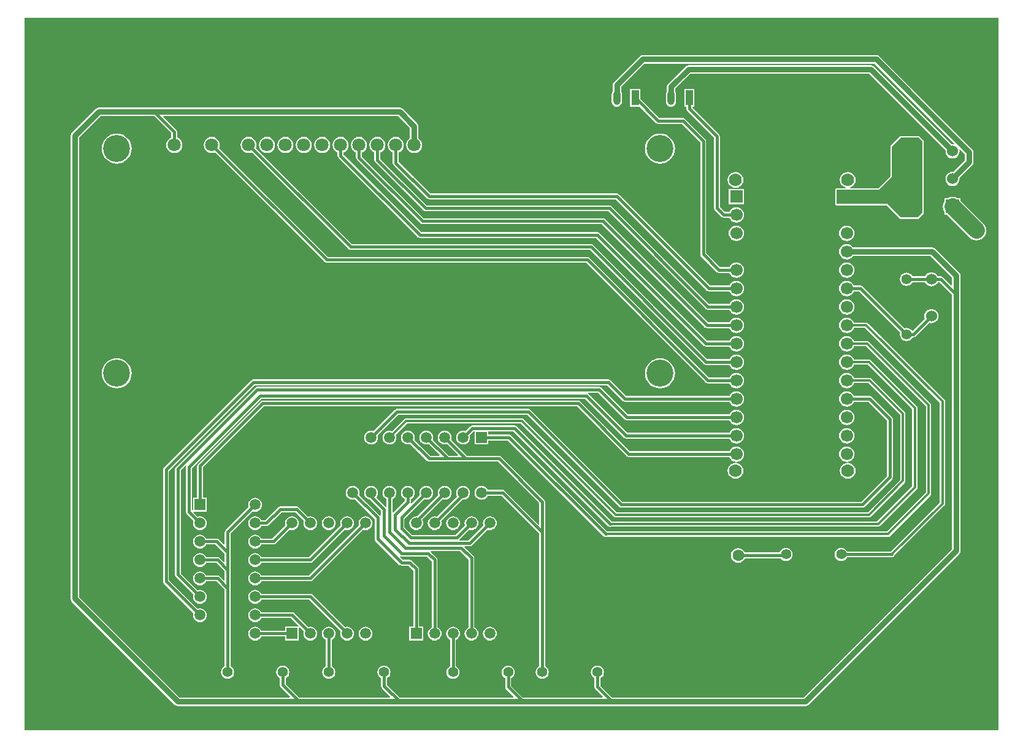
<source format=gbl>
%FSTAX23Y23*%
%MOIN*%
%SFA1B1*%

%IPPOS*%
%ADD14C,0.010000*%
%ADD15C,0.098425*%
%ADD33C,0.060000*%
%ADD34R,0.066929X0.066929*%
%ADD35C,0.066929*%
%ADD36C,0.070000*%
%ADD37R,0.070866X0.070866*%
%ADD38C,0.070866*%
%ADD39C,0.146299*%
%ADD40C,0.055118*%
%ADD41R,0.072835X0.072835*%
%ADD42C,0.072835*%
%ADD43C,0.062992*%
%ADD44R,0.072835X0.072835*%
%ADD45R,0.059055X0.059055*%
%ADD46C,0.059055*%
%ADD47O,0.039370X0.078740*%
%ADD48R,0.039370X0.078740*%
%ADD49R,0.059055X0.059055*%
%ADD50C,0.090000*%
%ADD51C,0.015000*%
%ADD52C,0.030000*%
%ADD53C,0.012008*%
%LNpcb_baja_teste-1*%
%LPD*%
G36*
X0691Y0108D02*
X01615D01*
Y0495*
X0691*
Y0108*
G37*
%LNpcb_baja_teste-2*%
%LPC*%
G36*
X06475Y04308D02*
D01*
X0638*
X06376Y04307*
X06374Y04305*
Y04305*
X06324Y04255*
X06322Y04253*
X06321Y0425*
Y04088*
X06256Y04023*
X06101*
X06101Y04028*
X06111Y04032*
X0612Y04039*
X06127Y04048*
X06131Y04058*
X06133Y0407*
X06131Y04081*
X06127Y04091*
X0612Y041*
X06111Y04107*
X06101Y04111*
X0609Y04113*
X06078Y04111*
X06068Y04107*
X06059Y041*
X06052Y04091*
X06048Y04081*
X06046Y0407*
X06048Y04058*
X06052Y04048*
X06059Y04039*
X06068Y04032*
X06078Y04028*
X06078Y04023*
X0603*
X06026Y04022*
X06024Y0402*
X06022Y04018*
X06021Y04015*
Y0394*
X06022Y03936*
X06024Y03934*
X06026Y03932*
X0603Y03931*
X06301*
X06374Y03859*
X06376Y03857*
X0638Y03856*
X0647*
X06473Y03857*
X06475Y03859*
Y03859*
X065Y03884*
X06502Y03886*
X06503Y0389*
Y03913*
X06503Y03913*
X06504Y03925*
X06503Y03936*
X06503Y03936*
Y0428*
X06502Y04283*
X065Y04285*
X065*
X0648Y04305*
X06478Y04307*
X06475Y04308*
G37*
G36*
X06245Y04748D02*
X04975D01*
X04966Y04746*
X04958Y04741*
X04818Y04601*
X04813Y04593*
X04811Y04585*
Y04549*
X0481Y04548*
X04808Y04541*
X04807Y04534*
Y04495*
X04808Y04488*
X0481Y04481*
X04815Y04475*
X04821Y04471*
X04827Y04468*
X04835Y04467*
X04842Y04468*
X04848Y04471*
X04854Y04475*
X04859Y04481*
X04861Y04488*
X04862Y04495*
Y04534*
X04861Y04541*
X04859Y04548*
X04858Y04549*
Y04575*
X04984Y04701*
X06235*
X06669Y04267*
X06667Y04262*
X0666Y04263*
X06655Y04262*
X06231Y04686*
X06223Y04691*
X06215Y04693*
X05225*
X05216Y04691*
X05208Y04686*
X05113Y04591*
X05108Y04583*
X05106Y04575*
Y04549*
X05105Y04548*
X05103Y04541*
X05102Y04534*
Y04495*
X05103Y04488*
X05105Y04481*
X0511Y04475*
X05116Y04471*
X05122Y04468*
X0513Y04467*
X05137Y04468*
X05143Y04471*
X05149Y04475*
X05154Y04481*
X05156Y04488*
X05157Y04495*
Y04534*
X05156Y04541*
X05154Y04548*
X05153Y04549*
Y04565*
X05234Y04646*
X06205*
X06622Y04229*
X06621Y04225*
X06622Y04215*
X06626Y04205*
X06632Y04197*
X0664Y04191*
X0665Y04187*
X0666Y04186*
X06669Y04187*
X06679Y04191*
X06687Y04197*
X06693Y04205*
X06697Y04215*
X06698Y04225*
X06697Y04232*
X06702Y04234*
X06726Y0421*
Y04174*
X06664Y04112*
X0666Y04113*
X0665Y04112*
X0664Y04108*
X06632Y04102*
X06626Y04094*
X06622Y04084*
X06621Y04075*
X06622Y04065*
X06626Y04055*
X06632Y04047*
X0664Y04041*
X0665Y04037*
X0666Y04036*
X06669Y04037*
X06679Y04041*
X06687Y04047*
X06693Y04055*
X06697Y04065*
X06698Y04075*
X06697Y04079*
X06766Y04148*
X06771Y04156*
X06773Y04165*
Y0422*
X06771Y04228*
X06766Y04236*
X06261Y04741*
X06253Y04746*
X06245Y04748*
G37*
G36*
X0202Y04463D02*
X02011Y04461D01*
X02003Y04456*
X01873Y04326*
X01868Y04318*
X01866Y0431*
Y01795*
X01868Y01786*
X01873Y01778*
X02433Y01218*
X02441Y01213*
X0245Y01211*
X0586*
X05868Y01213*
X05876Y01218*
X06696Y02038*
X06701Y02046*
X06703Y02055*
Y03445*
Y0355*
X06701Y03558*
X06696Y03566*
X06566Y03696*
X06558Y03701*
X0655Y03703*
X06119*
X06114Y03709*
X06105Y03716*
X06095Y0372*
X06085Y03721*
X06074Y0372*
X06064Y03716*
X06055Y03709*
X06048Y037*
X06044Y0369*
X06043Y0368*
X06044Y03669*
X06048Y03659*
X06055Y0365*
X06064Y03643*
X06074Y03639*
X06085Y03638*
X06095Y03639*
X06105Y03643*
X06114Y0365*
X06119Y03656*
X0654*
X06656Y0354*
Y03497*
X06651Y03495*
X06606Y03541*
X06601Y03544*
X06595Y03545*
X06579*
X06578Y03549*
X06572Y03557*
X06564Y03563*
X06554Y03567*
X06545Y03568*
X06535Y03567*
X06525Y03563*
X06517Y03557*
X06511Y03549*
X0651Y03545*
X06441*
X06441Y03547*
X06435Y03555*
X06427Y03561*
X06419Y03564*
X0641Y03565*
X064Y03564*
X06392Y03561*
X06384Y03555*
X06378Y03547*
X06375Y03539*
X06374Y0353*
X06375Y0352*
X06378Y03512*
X06384Y03504*
X06392Y03498*
X064Y03495*
X0641Y03494*
X06419Y03495*
X06427Y03498*
X06435Y03504*
X06441Y03512*
X06441Y03514*
X0651*
X06511Y0351*
X06517Y03502*
X06525Y03496*
X06535Y03492*
X06545Y03491*
X06554Y03492*
X06564Y03496*
X06572Y03502*
X06578Y0351*
X06579Y03514*
X06588*
X06656Y03446*
Y03445*
Y02064*
X0585Y01258*
X04808*
X04745Y01321*
Y01363*
X04747Y01363*
X04755Y01369*
X04761Y01377*
X04764Y01385*
X04765Y01395*
X04764Y01404*
X04761Y01412*
X04755Y0142*
X04747Y01426*
X04739Y01429*
X0473Y0143*
X0472Y01429*
X04712Y01426*
X04704Y0142*
X04698Y01412*
X04695Y01404*
X04694Y01395*
X04695Y01385*
X04698Y01377*
X04704Y01369*
X04712Y01363*
X04714Y01363*
Y01315*
X04715Y01308*
X04718Y01303*
X04759Y01263*
X04757Y01258*
X04323*
X0426Y01321*
Y01363*
X04262Y01363*
X0427Y01369*
X04276Y01377*
X04279Y01385*
X0428Y01395*
X04279Y01404*
X04276Y01412*
X0427Y0142*
X04262Y01426*
X04254Y01429*
X04245Y0143*
X04235Y01429*
X04227Y01426*
X04219Y0142*
X04213Y01412*
X0421Y01404*
X04209Y01395*
X0421Y01385*
X04213Y01377*
X04219Y01369*
X04227Y01363*
X04229Y01363*
Y01315*
X0423Y01308*
X04233Y01303*
X04274Y01263*
X04272Y01258*
X03653*
X03585Y01326*
Y01363*
X03587Y01363*
X03595Y01369*
X03601Y01377*
X03604Y01385*
X03605Y01395*
X03604Y01404*
X03601Y01412*
X03595Y0142*
X03587Y01426*
X03579Y01429*
X0357Y0143*
X0356Y01429*
X03552Y01426*
X03544Y0142*
X03538Y01412*
X03535Y01404*
X03534Y01395*
X03535Y01385*
X03538Y01377*
X03544Y01369*
X03552Y01363*
X03554Y01363*
Y0132*
X03555Y01313*
X03558Y01308*
X03604Y01263*
X03602Y01258*
X03108*
X03035Y01331*
Y01363*
X03037Y01363*
X03045Y01369*
X03051Y01377*
X03054Y01385*
X03055Y01395*
X03054Y01404*
X03051Y01412*
X03045Y0142*
X03037Y01426*
X03029Y01429*
X0302Y0143*
X0301Y01429*
X03002Y01426*
X02994Y0142*
X02988Y01412*
X02985Y01404*
X02984Y01395*
X02985Y01385*
X02988Y01377*
X02994Y01369*
X03002Y01363*
X03004Y01363*
Y01325*
X03005Y01318*
X03008Y01313*
X03059Y01263*
X03057Y01258*
X02459*
X01913Y01804*
Y043*
X02029Y04416*
X02321*
X02414Y04323*
Y043*
X02408Y04297*
X02399Y0429*
X02392Y04281*
X02387Y04271*
X02386Y04259*
X02387Y04248*
X02392Y04237*
X02399Y04228*
X02408Y04221*
X02418Y04217*
X0243Y04215*
X02441Y04217*
X02452Y04221*
X02461Y04228*
X02468Y04237*
X02472Y04248*
X02474Y04259*
X02472Y04271*
X02468Y04281*
X02461Y0429*
X02452Y04297*
X02446Y043*
Y04329*
X02444Y04335*
X02441Y0434*
X0237Y04411*
X02372Y04416*
X03645*
X0371Y04351*
Y04296*
X03702Y0429*
X03695Y04281*
X03691Y04271*
X03689Y04259*
X03691Y04248*
X03695Y04237*
X03702Y04228*
X03711Y04221*
X03722Y04217*
X03733Y04215*
X03745Y04217*
X03755Y04221*
X03764Y04228*
X03771Y04237*
X03776Y04248*
X03777Y04259*
X03776Y04271*
X03771Y04281*
X03764Y0429*
X03757Y04296*
Y04361*
X03755Y0437*
X0375Y04377*
X03671Y04456*
X03663Y04461*
X03655Y04463*
X0202*
G37*
G36*
X03233Y04303D02*
X03222Y04302D01*
X03211Y04297*
X03202Y0429*
X03195Y04281*
X03191Y04271*
X03189Y04259*
X03191Y04248*
X03195Y04237*
X03202Y04228*
X03211Y04221*
X03222Y04217*
X03233Y04215*
X03245Y04217*
X03255Y04221*
X03264Y04228*
X03271Y04237*
X03276Y04248*
X03277Y04259*
X03276Y04271*
X03271Y04281*
X03264Y0429*
X03255Y04297*
X03245Y04302*
X03233Y04303*
G37*
G36*
X03133D02*
X03122Y04302D01*
X03111Y04297*
X03102Y0429*
X03095Y04281*
X03091Y04271*
X03089Y04259*
X03091Y04248*
X03095Y04237*
X03102Y04228*
X03111Y04221*
X03122Y04217*
X03133Y04215*
X03145Y04217*
X03155Y04221*
X03164Y04228*
X03171Y04237*
X03176Y04248*
X03177Y04259*
X03176Y04271*
X03171Y04281*
X03164Y0429*
X03155Y04297*
X03145Y04302*
X03133Y04303*
G37*
G36*
X03033D02*
X03022Y04302D01*
X03011Y04297*
X03002Y0429*
X02995Y04281*
X02991Y04271*
X02989Y04259*
X02991Y04248*
X02995Y04237*
X03002Y04228*
X03011Y04221*
X03022Y04217*
X03033Y04215*
X03045Y04217*
X03055Y04221*
X03064Y04228*
X03071Y04237*
X03076Y04248*
X03077Y04259*
X03076Y04271*
X03071Y04281*
X03064Y0429*
X03055Y04297*
X03045Y04302*
X03033Y04303*
G37*
G36*
X02933D02*
X02922Y04302D01*
X02911Y04297*
X02902Y0429*
X02895Y04281*
X02891Y04271*
X02889Y04259*
X02891Y04248*
X02895Y04237*
X02902Y04228*
X02911Y04221*
X02922Y04217*
X02933Y04215*
X02945Y04217*
X02955Y04221*
X02964Y04228*
X02971Y04237*
X02976Y04248*
X02977Y04259*
X02976Y04271*
X02971Y04281*
X02964Y0429*
X02955Y04297*
X02945Y04302*
X02933Y04303*
G37*
G36*
X0507Y04321D02*
X05054Y04319D01*
X05038Y04315*
X05024Y04307*
X05012Y04297*
X05002Y04285*
X04994Y04271*
X0499Y04255*
X04988Y0424*
X0499Y04224*
X04994Y04208*
X05002Y04194*
X05012Y04182*
X05024Y04172*
X05038Y04164*
X05054Y0416*
X0507Y04158*
X05085Y0416*
X05101Y04164*
X05115Y04172*
X05127Y04182*
X05137Y04194*
X05145Y04208*
X05149Y04224*
X05151Y0424*
X05149Y04255*
X05145Y04271*
X05137Y04285*
X05127Y04297*
X05115Y04307*
X05101Y04315*
X05085Y04319*
X0507Y04321*
G37*
G36*
X02117D02*
X02101Y04319D01*
X02086Y04315*
X02071Y04307*
X02059Y04297*
X02049Y04285*
X02041Y04271*
X02037Y04255*
X02035Y0424*
X02037Y04224*
X02041Y04208*
X02049Y04194*
X02059Y04182*
X02071Y04172*
X02086Y04164*
X02101Y0416*
X02117Y04158*
X02133Y0416*
X02148Y04164*
X02162Y04172*
X02174Y04182*
X02185Y04194*
X02192Y04208*
X02197Y04224*
X02198Y0424*
X02197Y04255*
X02192Y04271*
X02185Y04285*
X02174Y04297*
X02162Y04307*
X02148Y04315*
X02133Y04319*
X02117Y04321*
G37*
G36*
X0548Y04113D02*
X05468Y04111D01*
X05458Y04107*
X05449Y041*
X05442Y04091*
X05438Y04081*
X05436Y0407*
X05438Y04058*
X05442Y04048*
X05449Y04039*
X05458Y04032*
X05468Y04028*
X0548Y04026*
X05491Y04028*
X05501Y04032*
X0551Y04039*
X05517Y04048*
X05521Y04058*
X05523Y0407*
X05521Y04081*
X05517Y04091*
X0551Y041*
X05501Y04107*
X05491Y04111*
X0548Y04113*
G37*
G36*
X05526Y04021D02*
X05443D01*
Y03938*
X05526*
Y04021*
G37*
G36*
X05257Y04562D02*
X05202D01*
Y04467*
X05214*
Y04455*
X05215Y04448*
X05218Y04443*
X05364Y04298*
Y03915*
X05365Y03908*
X05368Y03903*
X05403Y03868*
X05408Y03865*
X05415Y03864*
X05446*
X05448Y03859*
X05455Y0385*
X05464Y03843*
X05474Y03839*
X05485Y03838*
X05495Y03839*
X05505Y03843*
X05514Y0385*
X05521Y03859*
X05525Y03869*
X05526Y0388*
X05525Y0389*
X05521Y039*
X05514Y03909*
X05505Y03916*
X05495Y0392*
X05485Y03921*
X05474Y0392*
X05464Y03916*
X05455Y03909*
X05448Y039*
X05446Y03895*
X05421*
X05395Y03921*
Y04305*
X05394Y04311*
X05391Y04316*
X05245Y04461*
Y04467*
X05257*
Y04562*
G37*
G36*
X0666Y03978D02*
X06646Y03976D01*
X06633Y03971*
X0663Y03969*
X06615*
Y03954*
X06613Y03951*
X06608Y03938*
X06606Y03925*
X06608Y03911*
X06613Y03898*
X06615Y03895*
Y0388*
X06628*
X06752Y03757*
X06763Y03748*
X06776Y03743*
X0679Y03741*
X06803Y03743*
X06816Y03748*
X06827Y03757*
X06836Y03768*
X06841Y03781*
X06843Y03795*
X06841Y03808*
X06836Y03821*
X06827Y03832*
X06704Y03956*
Y03969*
X06689*
X06686Y03971*
X06673Y03976*
X0666Y03978*
G37*
G36*
X06085Y03821D02*
X06074Y0382D01*
X06064Y03816*
X06055Y03809*
X06048Y038*
X06044Y0379*
X06043Y0378*
X06044Y03769*
X06048Y03759*
X06055Y0375*
X06064Y03743*
X06074Y03739*
X06085Y03738*
X06095Y03739*
X06105Y03743*
X06114Y0375*
X06121Y03759*
X06125Y03769*
X06126Y0378*
X06125Y0379*
X06121Y038*
X06114Y03809*
X06105Y03816*
X06095Y0382*
X06085Y03821*
G37*
G36*
X05485D02*
X05474Y0382D01*
X05464Y03816*
X05455Y03809*
X05448Y038*
X05444Y0379*
X05443Y0378*
X05444Y03769*
X05448Y03759*
X05455Y0375*
X05464Y03743*
X05474Y03739*
X05485Y03738*
X05495Y03739*
X05505Y03743*
X05514Y0375*
X05521Y03759*
X05525Y03769*
X05526Y0378*
X05525Y0379*
X05521Y038*
X05514Y03809*
X05505Y03816*
X05495Y0382*
X05485Y03821*
G37*
G36*
X06085Y03621D02*
X06074Y0362D01*
X06064Y03616*
X06055Y03609*
X06048Y036*
X06044Y0359*
X06043Y0358*
X06044Y03569*
X06048Y03559*
X06055Y0355*
X06064Y03543*
X06074Y03539*
X06085Y03538*
X06095Y03539*
X06105Y03543*
X06114Y0355*
X06121Y03559*
X06125Y03569*
X06126Y0358*
X06125Y0359*
X06121Y036*
X06114Y03609*
X06105Y03616*
X06095Y0362*
X06085Y03621*
G37*
G36*
X04962Y04562D02*
X04907D01*
Y04467*
X0496*
X05048Y04378*
X05053Y04375*
X0506Y04374*
X05188*
X05289Y04273*
Y03665*
X0529Y03658*
X05293Y03653*
X05378Y03568*
X05383Y03565*
X0539Y03564*
X05446*
X05448Y03559*
X05455Y0355*
X05464Y03543*
X05474Y03539*
X05485Y03538*
X05495Y03539*
X05505Y03543*
X05514Y0355*
X05521Y03559*
X05525Y03569*
X05526Y0358*
X05525Y0359*
X05521Y036*
X05514Y03609*
X05505Y03616*
X05495Y0362*
X05485Y03621*
X05474Y0362*
X05464Y03616*
X05455Y03609*
X05448Y036*
X05446Y03595*
X05396*
X0532Y03671*
Y0428*
X05319Y04286*
X05316Y04291*
X05206Y04401*
X05201Y04404*
X05195Y04405*
X05066*
X04962Y04509*
Y04562*
G37*
G36*
X03633Y04303D02*
X03622Y04302D01*
X03611Y04297*
X03602Y0429*
X03595Y04281*
X03591Y04271*
X03589Y04259*
X03591Y04248*
X03595Y04237*
X03602Y04228*
X03611Y04221*
X03617Y04219*
Y04161*
X03619Y04155*
X03622Y0415*
X03803Y03968*
X03808Y03965*
X03815Y03964*
X04828*
X05323Y03468*
X05328Y03465*
X05335Y03464*
X05446*
X05448Y03459*
X05455Y0345*
X05464Y03443*
X05474Y03439*
X05485Y03438*
X05495Y03439*
X05505Y03443*
X05514Y0345*
X05521Y03459*
X05525Y03469*
X05526Y0348*
X05525Y0349*
X05521Y035*
X05514Y03509*
X05505Y03516*
X05495Y0352*
X05485Y03521*
X05474Y0352*
X05464Y03516*
X05455Y03509*
X05448Y035*
X05446Y03495*
X05341*
X04846Y03991*
X04841Y03994*
X04835Y03995*
X03821*
X03649Y04167*
Y04219*
X03655Y04221*
X03664Y04228*
X03671Y04237*
X03676Y04248*
X03677Y04259*
X03676Y04271*
X03671Y04281*
X03664Y0429*
X03655Y04297*
X03645Y04302*
X03633Y04303*
G37*
G36*
X06085Y03421D02*
X06074Y0342D01*
X06064Y03416*
X06055Y03409*
X06048Y034*
X06044Y0339*
X06043Y0338*
X06044Y03369*
X06048Y03359*
X06055Y0335*
X06064Y03343*
X06074Y03339*
X06085Y03338*
X06095Y03339*
X06105Y03343*
X06114Y0335*
X06121Y03359*
X06125Y03369*
X06126Y0338*
X06125Y0339*
X06121Y034*
X06114Y03409*
X06105Y03416*
X06095Y0342*
X06085Y03421*
G37*
G36*
X03533Y04303D02*
X03522Y04302D01*
X03511Y04297*
X03502Y0429*
X03495Y04281*
X03491Y04271*
X03489Y04259*
X03491Y04248*
X03495Y04237*
X03502Y04228*
X03511Y04221*
X03517Y04219*
Y04176*
X03519Y0417*
X03522Y04165*
X03783Y03903*
X03788Y039*
X03795Y03899*
X04788*
X05318Y03368*
X05323Y03365*
X0533Y03364*
X05446*
X05448Y03359*
X05455Y0335*
X05464Y03343*
X05474Y03339*
X05485Y03338*
X05495Y03339*
X05505Y03343*
X05514Y0335*
X05521Y03359*
X05525Y03369*
X05526Y0338*
X05525Y0339*
X05521Y034*
X05514Y03409*
X05505Y03416*
X05495Y0342*
X05485Y03421*
X05474Y0342*
X05464Y03416*
X05455Y03409*
X05448Y034*
X05446Y03395*
X05336*
X04806Y03926*
X04801Y03929*
X04795Y0393*
X03801*
X03549Y04182*
Y04219*
X03555Y04221*
X03564Y04228*
X03571Y04237*
X03576Y04248*
X03577Y04259*
X03576Y04271*
X03571Y04281*
X03564Y0429*
X03555Y04297*
X03545Y04302*
X03533Y04303*
G37*
G36*
X06085Y03521D02*
X06074Y0352D01*
X06064Y03516*
X06055Y03509*
X06048Y035*
X06044Y0349*
X06043Y0348*
X06044Y03469*
X06048Y03459*
X06055Y0345*
X06064Y03443*
X06074Y03439*
X06085Y03438*
X06095Y03439*
X06105Y03443*
X06114Y0345*
X06121Y03459*
X06123Y03464*
X06153*
X06376Y03241*
X06375Y03239*
X06374Y0323*
X06375Y0322*
X06378Y03212*
X06384Y03204*
X06392Y03198*
X064Y03195*
X0641Y03194*
X06419Y03195*
X06427Y03198*
X06435Y03204*
X06441Y03212*
X06441Y03214*
X06445*
X06451Y03215*
X06456Y03218*
X06531Y03294*
X06535Y03292*
X06545Y03291*
X06554Y03292*
X06564Y03296*
X06572Y03302*
X06578Y0331*
X06582Y0332*
X06583Y0333*
X06582Y03339*
X06578Y03349*
X06572Y03357*
X06564Y03363*
X06554Y03367*
X06545Y03368*
X06535Y03367*
X06525Y03363*
X06517Y03357*
X06511Y03349*
X06507Y03339*
X06506Y0333*
X06507Y0332*
X06509Y03316*
X06443Y0325*
X06438Y03251*
X06435Y03255*
X06427Y03261*
X06419Y03264*
X0641Y03265*
X064Y03264*
X06398Y03263*
X06171Y03491*
X06166Y03494*
X0616Y03495*
X06123*
X06121Y035*
X06114Y03509*
X06105Y03516*
X06095Y0352*
X06085Y03521*
G37*
G36*
X03433Y04303D02*
X03422Y04302D01*
X03411Y04297*
X03402Y0429*
X03395Y04281*
X03391Y04271*
X03389Y04259*
X03391Y04248*
X03395Y04237*
X03402Y04228*
X03411Y04221*
X03417Y04219*
Y04191*
X03419Y04185*
X03422Y0418*
X03768Y03833*
X03773Y0383*
X0378Y03829*
X04753*
X05313Y03268*
X05318Y03265*
X05325Y03264*
X05446*
X05448Y03259*
X05455Y0325*
X05464Y03243*
X05474Y03239*
X05485Y03238*
X05495Y03239*
X05505Y03243*
X05514Y0325*
X05521Y03259*
X05525Y03269*
X05526Y0328*
X05525Y0329*
X05521Y033*
X05514Y03309*
X05505Y03316*
X05495Y0332*
X05485Y03321*
X05474Y0332*
X05464Y03316*
X05455Y03309*
X05448Y033*
X05446Y03295*
X05331*
X04771Y03856*
X04766Y03859*
X0476Y0386*
X03786*
X03449Y04197*
Y04219*
X03455Y04221*
X03464Y04228*
X03471Y04237*
X03476Y04248*
X03477Y04259*
X03476Y04271*
X03471Y04281*
X03464Y0429*
X03455Y04297*
X03445Y04302*
X03433Y04303*
G37*
G36*
X03333D02*
X03322Y04302D01*
X03311Y04297*
X03302Y0429*
X03295Y04281*
X03291Y04271*
X03289Y04259*
X03291Y04248*
X03295Y04237*
X03302Y04228*
X03311Y04221*
X03317Y04219*
Y04201*
X03319Y04195*
X03322Y0419*
X03753Y03758*
X03758Y03755*
X03765Y03754*
X04723*
X05308Y03168*
X05313Y03165*
X0532Y03164*
X05446*
X05448Y03159*
X05455Y0315*
X05464Y03143*
X05474Y03139*
X05485Y03138*
X05495Y03139*
X05505Y03143*
X05514Y0315*
X05521Y03159*
X05525Y03169*
X05526Y0318*
X05525Y0319*
X05521Y032*
X05514Y03209*
X05505Y03216*
X05495Y0322*
X05485Y03221*
X05474Y0322*
X05464Y03216*
X05455Y03209*
X05448Y032*
X05446Y03195*
X05326*
X04741Y03781*
X04736Y03784*
X0473Y03785*
X03771*
X03349Y04207*
Y04219*
X03355Y04221*
X03364Y04228*
X03371Y04237*
X03376Y04248*
X03377Y04259*
X03376Y04271*
X03371Y04281*
X03364Y0429*
X03355Y04297*
X03345Y04302*
X03333Y04303*
G37*
G36*
X02833D02*
X02822Y04302D01*
X02811Y04297*
X02802Y0429*
X02795Y04281*
X02791Y04271*
X02789Y04259*
X02791Y04248*
X02795Y04237*
X02802Y04228*
X02811Y04221*
X02822Y04217*
X02833Y04215*
X02845Y04217*
X02851Y04219*
X03377Y03693*
X03382Y0369*
X03388Y03689*
X04688*
X05308Y03068*
X05313Y03065*
X0532Y03064*
X05446*
X05448Y03059*
X05455Y0305*
X05464Y03043*
X05474Y03039*
X05485Y03038*
X05495Y03039*
X05505Y03043*
X05514Y0305*
X05521Y03059*
X05525Y03069*
X05526Y0308*
X05525Y0309*
X05521Y031*
X05514Y03109*
X05505Y03116*
X05495Y0312*
X05485Y03121*
X05474Y0312*
X05464Y03116*
X05455Y03109*
X05448Y031*
X05446Y03095*
X05326*
X04706Y03716*
X04701Y03719*
X04695Y0372*
X03395*
X02873Y04242*
X02876Y04248*
X02877Y04259*
X02876Y04271*
X02871Y04281*
X02864Y0429*
X02855Y04297*
X02845Y04302*
X02833Y04303*
G37*
G36*
X02633D02*
X02622Y04302D01*
X02611Y04297*
X02602Y0429*
X02595Y04281*
X02591Y04271*
X02589Y04259*
X02591Y04248*
X02595Y04237*
X02602Y04228*
X02611Y04221*
X02622Y04217*
X02633Y04215*
X02645Y04217*
X02651Y04219*
X03247Y03623*
X03252Y0362*
X03258Y03619*
X04668*
X05318Y02968*
X05323Y02965*
X0533Y02964*
X05446*
X05448Y02959*
X05455Y0295*
X05464Y02943*
X05474Y02939*
X05485Y02938*
X05495Y02939*
X05505Y02943*
X05514Y0295*
X05521Y02959*
X05525Y02969*
X05526Y0298*
X05525Y0299*
X05521Y03*
X05514Y03009*
X05505Y03016*
X05495Y0302*
X05485Y03021*
X05474Y0302*
X05464Y03016*
X05455Y03009*
X05448Y03*
X05446Y02995*
X05336*
X04686Y03646*
X04681Y03649*
X04675Y0365*
X03265*
X02673Y04242*
X02676Y04248*
X02677Y04259*
X02676Y04271*
X02671Y04281*
X02664Y0429*
X02655Y04297*
X02645Y04302*
X02633Y04303*
G37*
G36*
X0507Y03101D02*
X05054Y03099D01*
X05038Y03094*
X05024Y03087*
X05012Y03077*
X05002Y03064*
X04994Y0305*
X0499Y03035*
X04988Y03019*
X0499Y03003*
X04994Y02988*
X05002Y02974*
X05012Y02961*
X05024Y02951*
X05038Y02944*
X05054Y02939*
X0507Y02937*
X05085Y02939*
X05101Y02944*
X05115Y02951*
X05127Y02961*
X05137Y02974*
X05145Y02988*
X05149Y03003*
X05151Y03019*
X05149Y03035*
X05145Y0305*
X05137Y03064*
X05127Y03077*
X05115Y03087*
X05101Y03094*
X05085Y03099*
X0507Y03101*
G37*
G36*
X02117D02*
X02101Y03099D01*
X02086Y03094*
X02071Y03087*
X02059Y03077*
X02049Y03064*
X02041Y0305*
X02037Y03035*
X02035Y03019*
X02037Y03003*
X02041Y02988*
X02049Y02974*
X02059Y02961*
X02071Y02951*
X02086Y02944*
X02101Y02939*
X02117Y02937*
X02133Y02939*
X02148Y02944*
X02162Y02951*
X02174Y02961*
X02185Y02974*
X02192Y02988*
X02197Y03003*
X02198Y03019*
X02197Y03035*
X02192Y0305*
X02185Y03064*
X02174Y03077*
X02162Y03087*
X02148Y03094*
X02133Y03099*
X02117Y03101*
G37*
G36*
X0479Y02985D02*
X0286D01*
X02853Y02984*
X02848Y02981*
X02373Y02506*
X0237Y02501*
X02369Y02495*
Y0189*
X0237Y01883*
X02373Y01878*
X02534Y01717*
X02533Y01714*
X02532Y01705*
X02533Y01695*
X02537Y01686*
X02543Y01678*
X02551Y01672*
X0256Y01668*
X0257Y01667*
X02579Y01668*
X02588Y01672*
X02596Y01678*
X02602Y01686*
X02606Y01695*
X02607Y01705*
X02606Y01714*
X02602Y01723*
X02596Y01731*
X02588Y01737*
X02579Y01741*
X0257Y01742*
X0256Y01741*
X02557Y0174*
X024Y01896*
Y02488*
X02866Y02954*
X04783*
X04868Y02868*
X04873Y02865*
X0488Y02864*
X05446*
X05448Y02859*
X05455Y0285*
X05464Y02843*
X05474Y02839*
X05485Y02838*
X05495Y02839*
X05505Y02843*
X05514Y0285*
X05521Y02859*
X05525Y02869*
X05526Y0288*
X05525Y0289*
X05521Y029*
X05514Y02909*
X05505Y02916*
X05495Y0292*
X05485Y02921*
X05474Y0292*
X05464Y02916*
X05455Y02909*
X05448Y029*
X05446Y02895*
X04886*
X04801Y02981*
X04796Y02984*
X0479Y02985*
G37*
G36*
X06085Y02821D02*
X06074Y0282D01*
X06064Y02816*
X06055Y02809*
X06048Y028*
X06044Y0279*
X06043Y0278*
X06044Y02769*
X06048Y02759*
X06055Y0275*
X06064Y02743*
X06074Y02739*
X06085Y02738*
X06095Y02739*
X06105Y02743*
X06114Y0275*
X06121Y02759*
X06125Y02769*
X06126Y0278*
X06125Y0279*
X06121Y028*
X06114Y02809*
X06105Y02816*
X06095Y0282*
X06085Y02821*
G37*
G36*
X0474Y02945D02*
X0288D01*
X02873Y02944*
X02868Y02941*
X02438Y02511*
X02435Y02506*
X02434Y025*
Y01925*
X02435Y01918*
X02438Y01913*
X02534Y01817*
X02533Y01814*
X02532Y01805*
X02533Y01795*
X02537Y01786*
X02543Y01778*
X02551Y01772*
X0256Y01768*
X0257Y01767*
X02579Y01768*
X02588Y01772*
X02596Y01778*
X02602Y01786*
X02606Y01795*
X02607Y01805*
X02606Y01814*
X02602Y01823*
X02596Y01831*
X02588Y01837*
X02579Y01841*
X0257Y01842*
X0256Y01841*
X02557Y0184*
X02465Y01931*
Y02493*
X02491Y02519*
X02495Y02516*
X02494Y0251*
Y02265*
X02495Y02258*
X02498Y02253*
X02534Y02217*
X02533Y02214*
X02532Y02205*
X02533Y02195*
X02537Y02186*
X02543Y02178*
X02551Y02172*
X0256Y02168*
X0257Y02167*
X02579Y02168*
X02588Y02172*
X02596Y02178*
X02602Y02186*
X02606Y02195*
X02607Y02205*
X02606Y02214*
X02602Y02223*
X02596Y02231*
X02588Y02237*
X02579Y02241*
X0257Y02242*
X0256Y02241*
X02557Y0224*
X02534Y02262*
X02536Y02267*
X02607*
Y02342*
X02585*
Y02508*
X02916Y02839*
X04618*
X04888Y02568*
X04893Y02565*
X049Y02564*
X05446*
X05448Y02559*
X05455Y0255*
X05464Y02543*
X05474Y02539*
X05485Y02538*
X05495Y02539*
X05505Y02543*
X05514Y0255*
X05521Y02559*
X05525Y02569*
X05526Y0258*
X05525Y0259*
X05521Y026*
X05514Y02609*
X05505Y02616*
X05495Y0262*
X05485Y02621*
X05474Y0262*
X05464Y02616*
X05455Y02609*
X05448Y026*
X05446Y02595*
X04906*
X04636Y02866*
X04631Y02869*
X04625Y0287*
X0291*
X02903Y02869*
X02898Y02866*
X02558Y02526*
X02555Y02521*
X02554Y02515*
Y02342*
X02532*
Y02276*
X02527Y02273*
X02525Y02274*
Y02503*
X02901Y02879*
X04663*
X04873Y02668*
X04878Y02665*
X04885Y02664*
X05446*
X05448Y02659*
X05455Y0265*
X05464Y02643*
X05474Y02639*
X05485Y02638*
X05495Y02639*
X05505Y02643*
X05514Y0265*
X05521Y02659*
X05525Y02669*
X05526Y0268*
X05525Y0269*
X05521Y027*
X05514Y02709*
X05505Y02716*
X05495Y0272*
X05485Y02721*
X05474Y0272*
X05464Y02716*
X05455Y02709*
X05448Y027*
X05446Y02695*
X04891*
X04681Y02906*
X0468Y02906*
X04679Y02913*
X0468Y02914*
X04733*
X04878Y02768*
X04883Y02765*
X0489Y02764*
X05446*
X05448Y02759*
X05455Y0275*
X05464Y02743*
X05474Y02739*
X05485Y02738*
X05495Y02739*
X05505Y02743*
X05514Y0275*
X05521Y02759*
X05525Y02769*
X05526Y0278*
X05525Y0279*
X05521Y028*
X05514Y02809*
X05505Y02816*
X05495Y0282*
X05485Y02821*
X05474Y0282*
X05464Y02816*
X05455Y02809*
X05448Y028*
X05446Y02795*
X04896*
X04751Y02941*
X04746Y02944*
X0474Y02945*
G37*
G36*
X06085Y02721D02*
X06074Y0272D01*
X06064Y02716*
X06055Y02709*
X06048Y027*
X06044Y0269*
X06043Y0268*
X06044Y02669*
X06048Y02659*
X06055Y0265*
X06064Y02643*
X06074Y02639*
X06085Y02638*
X06095Y02639*
X06105Y02643*
X06114Y0265*
X06121Y02659*
X06125Y02669*
X06126Y0268*
X06125Y0269*
X06121Y027*
X06114Y02709*
X06105Y02716*
X06095Y0272*
X06085Y02721*
G37*
G36*
X039Y02707D02*
X0389Y02706D01*
X03881Y02702*
X03873Y02696*
X03867Y02688*
X03863Y02679*
X03862Y0267*
X03863Y0266*
X03867Y02651*
X03873Y02643*
X03881Y02637*
X0389Y02633*
X039Y02632*
X03909Y02633*
X03912Y02634*
X03972Y02575*
X0397Y0257*
X03921*
X03835Y02657*
X03836Y0266*
X03837Y0267*
X03836Y02679*
X03832Y02688*
X03826Y02696*
X03818Y02702*
X03809Y02706*
X038Y02707*
X0379Y02706*
X03781Y02702*
X03773Y02696*
X03767Y02688*
X03763Y02679*
X03762Y0267*
X03763Y0266*
X03767Y02651*
X03773Y02643*
X03781Y02637*
X0379Y02633*
X038Y02632*
X03809Y02633*
X03812Y02634*
X03872Y02575*
X0387Y0257*
X03821*
X03735Y02657*
X03736Y0266*
X03737Y0267*
X03736Y02679*
X03732Y02688*
X03726Y02696*
X03718Y02702*
X03709Y02706*
X037Y02707*
X0369Y02706*
X03681Y02702*
X03673Y02696*
X03667Y02688*
X03663Y02679*
X03662Y0267*
X03663Y0266*
X03667Y02651*
X03673Y02643*
X03681Y02637*
X0369Y02633*
X037Y02632*
X03709Y02633*
X03712Y02634*
X03803Y02543*
X03808Y0254*
X03815Y02539*
X04188*
X04414Y02313*
Y02199*
X04409Y02197*
X04226Y02381*
X04221Y02384*
X04215Y02385*
X04134*
X04132Y02388*
X04126Y02396*
X04118Y02402*
X04109Y02406*
X041Y02407*
X0409Y02406*
X04081Y02402*
X04073Y02396*
X04067Y02388*
X04063Y02379*
X04062Y0237*
X04063Y0236*
X04067Y02351*
X04073Y02343*
X04081Y02337*
X0409Y02333*
X041Y02332*
X04109Y02333*
X04118Y02337*
X04126Y02343*
X04132Y02351*
X04134Y02354*
X04208*
X04414Y02148*
Y01426*
X04412Y01426*
X04404Y0142*
X04398Y01412*
X04395Y01404*
X04394Y01395*
X04395Y01385*
X04398Y01377*
X04404Y01369*
X04412Y01363*
X0442Y0136*
X0443Y01359*
X04439Y0136*
X04447Y01363*
X04455Y01369*
X04461Y01377*
X04464Y01385*
X04465Y01395*
X04464Y01404*
X04461Y01412*
X04455Y0142*
X04447Y01426*
X04445Y01426*
Y02155*
Y0232*
X04444Y02326*
X04441Y02331*
X04206Y02566*
X04201Y02569*
X04195Y0257*
X04021*
X04021Y02571*
X03935Y02657*
X03936Y0266*
X03937Y0267*
X03936Y02679*
X03932Y02688*
X03926Y02696*
X03918Y02702*
X03909Y02706*
X039Y02707*
G37*
G36*
X06085Y02621D02*
X06074Y0262D01*
X06064Y02616*
X06055Y02609*
X06048Y026*
X06044Y0259*
X06043Y0258*
X06044Y02569*
X06048Y02559*
X06055Y0255*
X06064Y02543*
X06074Y02539*
X06085Y02538*
X06095Y02539*
X06105Y02543*
X06114Y0255*
X06121Y02559*
X06125Y02569*
X06126Y0258*
X06125Y0259*
X06121Y026*
X06114Y02609*
X06105Y02616*
X06095Y0262*
X06085Y02621*
G37*
G36*
X0609Y02533D02*
X06078Y02531D01*
X06068Y02527*
X06059Y0252*
X06052Y02511*
X06048Y02501*
X06046Y0249*
X06048Y02478*
X06052Y02468*
X06059Y02459*
X06068Y02452*
X06078Y02448*
X0609Y02446*
X06101Y02448*
X06111Y02452*
X0612Y02459*
X06127Y02468*
X06131Y02478*
X06133Y0249*
X06131Y02501*
X06127Y02511*
X0612Y0252*
X06111Y02527*
X06101Y02531*
X0609Y02533*
G37*
G36*
X0548D02*
X05468Y02531D01*
X05458Y02527*
X05449Y0252*
X05442Y02511*
X05438Y02501*
X05436Y0249*
X05438Y02478*
X05442Y02468*
X05449Y02459*
X05458Y02452*
X05468Y02448*
X0548Y02446*
X05491Y02448*
X05501Y02452*
X0551Y02459*
X05517Y02468*
X05521Y02478*
X05523Y0249*
X05521Y02501*
X05517Y02511*
X0551Y0252*
X05501Y02527*
X05491Y02531*
X0548Y02533*
G37*
G36*
X04Y02407D02*
X0399Y02406D01*
X03981Y02402*
X03973Y02396*
X03967Y02388*
X03963Y02379*
X03962Y0237*
X03963Y0236*
X03967Y02351*
X03967Y0235*
X03857Y0224*
X03854Y02241*
X03845Y02242*
X03835Y02241*
X03826Y02237*
X03818Y02231*
X03812Y02223*
X03808Y02214*
X03807Y02205*
X03808Y02195*
X03812Y02186*
X03818Y02178*
X03826Y02172*
X03835Y02168*
X03845Y02167*
X03854Y02168*
X03863Y02172*
X03871Y02178*
X03877Y02186*
X03881Y02195*
X03882Y02205*
X03881Y02214*
X0388Y02217*
X03995Y02332*
X04Y02332*
X04009Y02333*
X04018Y02337*
X04026Y02343*
X04032Y02351*
X04036Y0236*
X04037Y0237*
X04036Y02379*
X04032Y02388*
X04026Y02396*
X04018Y02402*
X04009Y02406*
X04Y02407*
G37*
G36*
X039D02*
X0389Y02406D01*
X03881Y02402*
X03873Y02396*
X03867Y02388*
X03863Y02379*
X03862Y0237*
X03863Y0236*
X03864Y02357*
X03749Y02242*
X03745Y02242*
X03735Y02241*
X03726Y02237*
X03718Y02231*
X03712Y02223*
X03708Y02214*
X03707Y02205*
X03708Y02195*
X03712Y02186*
X03718Y02178*
X03726Y02172*
X03735Y02168*
X03745Y02167*
X03754Y02168*
X03763Y02172*
X03771Y02178*
X03777Y02186*
X03781Y02195*
X03782Y02205*
X03781Y02214*
X03777Y02223*
X03777Y02224*
X03887Y02334*
X0389Y02333*
X039Y02332*
X03909Y02333*
X03918Y02337*
X03926Y02343*
X03932Y02351*
X03936Y0236*
X03937Y0237*
X03936Y02379*
X03932Y02388*
X03926Y02396*
X03918Y02402*
X03909Y02406*
X039Y02407*
G37*
G36*
X06085Y02921D02*
X06074Y0292D01*
X06064Y02916*
X06055Y02909*
X06048Y029*
X06044Y0289*
X06043Y0288*
X06044Y02869*
X06048Y02859*
X06055Y0285*
X06064Y02843*
X06074Y02839*
X06085Y02838*
X06095Y02839*
X06105Y02843*
X06114Y0285*
X06121Y02859*
X06123Y02864*
X06203*
X06304Y02763*
Y02461*
X06163Y0232*
X04866*
X04366Y02821*
X04361Y02824*
X04355Y02825*
X0364*
X03633Y02824*
X03628Y02821*
X03512Y02705*
X03509Y02706*
X035Y02707*
X0349Y02706*
X03481Y02702*
X03473Y02696*
X03467Y02688*
X03463Y02679*
X03462Y0267*
X03463Y0266*
X03467Y02651*
X03473Y02643*
X03481Y02637*
X0349Y02633*
X035Y02632*
X03509Y02633*
X03518Y02637*
X03526Y02643*
X03532Y02651*
X03536Y0266*
X03537Y0267*
X03536Y02679*
X03535Y02682*
X03646Y02794*
X04348*
X04848Y02293*
X04853Y0229*
X0486Y02289*
X0617*
X06176Y0229*
X06181Y02293*
X06331Y02443*
X06334Y02448*
X06335Y02455*
Y0277*
X06334Y02776*
X06331Y02781*
X06221Y02891*
X06216Y02894*
X0621Y02895*
X06123*
X06121Y029*
X06114Y02909*
X06105Y02916*
X06095Y0292*
X06085Y02921*
G37*
G36*
X038Y02407D02*
X0379Y02406D01*
X03781Y02402*
X03773Y02396*
X03767Y02388*
X03763Y02379*
X03762Y0237*
X03763Y0236*
X03764Y02357*
X03718Y0231*
X03714Y02313*
X03715Y0232*
Y02335*
X03718Y02337*
X03726Y02343*
X03732Y02351*
X03736Y0236*
X03737Y0237*
X03736Y02379*
X03732Y02388*
X03726Y02396*
X03718Y02402*
X03709Y02406*
X037Y02407*
X0369Y02406*
X03681Y02402*
X03673Y02396*
X03667Y02388*
X03663Y02379*
X03662Y0237*
X03663Y0236*
X03667Y02351*
X03673Y02343*
X03681Y02337*
X03684Y02335*
Y02326*
X0362Y02263*
X03615Y02265*
Y02335*
X03618Y02337*
X03626Y02343*
X03632Y02351*
X03636Y0236*
X03637Y0237*
X03636Y02379*
X03632Y02388*
X03626Y02396*
X03618Y02402*
X03609Y02406*
X036Y02407*
X0359Y02406*
X03581Y02402*
X03573Y02396*
X03567Y02388*
X03563Y02379*
X03562Y0237*
X03563Y0236*
X03567Y02351*
X03573Y02343*
X03581Y02337*
X03584Y02335*
Y02295*
X03579Y02293*
X03527Y02344*
X03532Y02351*
X03536Y0236*
X03537Y0237*
X03536Y02379*
X03532Y02388*
X03526Y02396*
X03518Y02402*
X03509Y02406*
X035Y02407*
X0349Y02406*
X03481Y02402*
X03473Y02396*
X03467Y02388*
X03463Y02379*
X03462Y0237*
X03463Y0236*
X03467Y02351*
X03473Y02343*
X03481Y02337*
X0349Y02333*
X03494Y02332*
X03554Y02273*
Y02245*
X03553Y02244*
X03546Y02245*
X03546Y02246*
X03435Y02357*
X03436Y0236*
X03437Y0237*
X03436Y02379*
X03432Y02388*
X03426Y02396*
X03418Y02402*
X03409Y02406*
X034Y02407*
X0339Y02406*
X03381Y02402*
X03373Y02396*
X03367Y02388*
X03363Y02379*
X03362Y0237*
X03363Y0236*
X03367Y02351*
X03373Y02343*
X03381Y02337*
X0339Y02333*
X034Y02332*
X03409Y02333*
X03412Y02334*
X03519Y02228*
Y0212*
X0352Y02113*
X03523Y02108*
X03653Y01978*
X03658Y01975*
X03665Y01974*
X03703*
X03729Y01948*
Y01642*
X03707*
Y01567*
X03782*
Y01642*
X0376*
Y01955*
X03759Y01961*
X03756Y01966*
X03721Y02001*
X03716Y02004*
X0371Y02005*
X03671*
X03655Y02021*
X03658Y02025*
X03665Y02024*
X03803*
X03829Y01998*
Y01639*
X03826Y01637*
X03818Y01631*
X03812Y01623*
X03808Y01614*
X03807Y01605*
X03808Y01595*
X03812Y01586*
X03818Y01578*
X03826Y01572*
X03835Y01568*
X03845Y01567*
X03854Y01568*
X03863Y01572*
X03871Y01578*
X03877Y01586*
X03881Y01595*
X03882Y01605*
X03881Y01614*
X03877Y01623*
X03871Y01631*
X03863Y01637*
X0386Y01639*
Y02005*
X03859Y02011*
X03856Y02016*
X03823Y02049*
X03825Y02054*
X03983*
X04029Y02008*
Y01639*
X04026Y01637*
X04018Y01631*
X04012Y01623*
X04008Y01614*
X04007Y01605*
X04008Y01595*
X04012Y01586*
X04018Y01578*
X04026Y01572*
X04035Y01568*
X04045Y01567*
X04054Y01568*
X04063Y01572*
X04071Y01578*
X04077Y01586*
X04081Y01595*
X04082Y01605*
X04081Y01614*
X04077Y01623*
X04071Y01631*
X04063Y01637*
X0406Y01639*
Y02015*
X04059Y02021*
X04056Y02026*
X04007Y02074*
X04009Y02079*
X04035*
X04041Y0208*
X04046Y02083*
X04132Y02169*
X04135Y02168*
X04145Y02167*
X04154Y02168*
X04163Y02172*
X04171Y02178*
X04177Y02186*
X04181Y02195*
X04182Y02205*
X04181Y02214*
X04177Y02223*
X04171Y02231*
X04163Y02237*
X04154Y02241*
X04145Y02242*
X04135Y02241*
X04126Y02237*
X04118Y02231*
X04112Y02223*
X04108Y02214*
X04107Y02205*
X04108Y02195*
X04109Y02192*
X04028Y0211*
X0398*
X03978Y02115*
X04032Y02169*
X04035Y02168*
X04045Y02167*
X04054Y02168*
X04063Y02172*
X04071Y02178*
X04077Y02186*
X04081Y02195*
X04082Y02205*
X04081Y02214*
X04077Y02223*
X04071Y02231*
X04063Y02237*
X04054Y02241*
X04045Y02242*
X04035Y02241*
X04026Y02237*
X04018Y02231*
X04012Y02223*
X04008Y02214*
X04007Y02205*
X04008Y02195*
X04009Y02192*
X03958Y0214*
X03721*
X0368Y02181*
Y02228*
X03787Y02334*
X0379Y02333*
X038Y02332*
X03809Y02333*
X03818Y02337*
X03826Y02343*
X03832Y02351*
X03836Y0236*
X03837Y0237*
X03836Y02379*
X03832Y02388*
X03826Y02396*
X03818Y02402*
X03809Y02406*
X038Y02407*
G37*
G36*
X0287Y02342D02*
X0286Y02341D01*
X02851Y02337*
X02843Y02331*
X02837Y02323*
X02833Y02314*
X02832Y02305*
X02833Y02295*
X02834Y02292*
X02708Y02166*
X02705Y02161*
X02704Y02155*
Y02089*
X02699Y02087*
X02671Y02116*
X02666Y02119*
X0266Y0212*
X02604*
X02602Y02123*
X02596Y02131*
X02588Y02137*
X02579Y02141*
X0257Y02142*
X0256Y02141*
X02551Y02137*
X02543Y02131*
X02537Y02123*
X02533Y02114*
X02532Y02105*
X02533Y02095*
X02537Y02086*
X02543Y02078*
X02551Y02072*
X0256Y02068*
X0257Y02067*
X02579Y02068*
X02588Y02072*
X02596Y02078*
X02602Y02086*
X02604Y02089*
X02653*
X02704Y02038*
Y01994*
X02699Y01992*
X02676Y02016*
X02671Y02019*
X02665Y0202*
X02604*
X02602Y02023*
X02596Y02031*
X02588Y02037*
X02579Y02041*
X0257Y02042*
X0256Y02041*
X02551Y02037*
X02543Y02031*
X02537Y02023*
X02533Y02014*
X02532Y02005*
X02533Y01995*
X02537Y01986*
X02543Y01978*
X02551Y01972*
X0256Y01968*
X0257Y01967*
X02579Y01968*
X02588Y01972*
X02596Y01978*
X02602Y01986*
X02604Y01989*
X02658*
X02704Y01943*
Y01894*
X02699Y01892*
X02676Y01916*
X02671Y01919*
X02665Y0192*
X02604*
X02602Y01923*
X02596Y01931*
X02588Y01937*
X02579Y01941*
X0257Y01942*
X0256Y01941*
X02551Y01937*
X02543Y01931*
X02537Y01923*
X02533Y01914*
X02532Y01905*
X02533Y01895*
X02537Y01886*
X02543Y01878*
X02551Y01872*
X0256Y01868*
X0257Y01867*
X02579Y01868*
X02588Y01872*
X02596Y01878*
X02602Y01886*
X02604Y01889*
X02658*
X02704Y01843*
Y01426*
X02702Y01426*
X02694Y0142*
X02688Y01412*
X02685Y01404*
X02684Y01395*
X02685Y01385*
X02688Y01377*
X02694Y01369*
X02702Y01363*
X0271Y0136*
X0272Y01359*
X02729Y0136*
X02737Y01363*
X02745Y01369*
X02751Y01377*
X02754Y01385*
X02755Y01395*
X02754Y01404*
X02751Y01412*
X02745Y0142*
X02737Y01426*
X02735Y01426*
Y0185*
Y0195*
Y02045*
Y02148*
X02857Y02269*
X0286Y02268*
X0287Y02267*
X02879Y02268*
X02888Y02272*
X02896Y02278*
X02902Y02286*
X02906Y02295*
X02907Y02305*
X02906Y02314*
X02902Y02323*
X02896Y02331*
X02888Y02337*
X02879Y02341*
X0287Y02342*
G37*
G36*
X06085Y03021D02*
X06074Y0302D01*
X06064Y03016*
X06055Y03009*
X06048Y03*
X06044Y0299*
X06043Y0298*
X06044Y02969*
X06048Y02959*
X06055Y0295*
X06064Y02943*
X06074Y02939*
X06085Y02938*
X06095Y02939*
X06105Y02943*
X06114Y0295*
X06121Y02959*
X06123Y02965*
X06204*
X06375Y02794*
Y0244*
X06199Y02264*
X04835*
X0433Y0277*
X04325Y02773*
X0432Y02774*
X0369*
X03684Y02773*
X03679Y0277*
X03614Y02704*
X03609Y02706*
X036Y02707*
X0359Y02706*
X03581Y02702*
X03573Y02696*
X03567Y02688*
X03563Y02679*
X03562Y0267*
X03563Y0266*
X03567Y02651*
X03573Y02643*
X03581Y02637*
X0359Y02633*
X036Y02632*
X03609Y02633*
X03618Y02637*
X03626Y02643*
X03632Y02651*
X03636Y0266*
X03637Y0267*
X03636Y02679*
X03634Y02684*
X03695Y02745*
X04314*
X04819Y02239*
X04824Y02236*
X0483Y02235*
X06205*
X0621Y02236*
X06215Y02239*
X064Y02424*
X06403Y02429*
X06404Y02435*
Y028*
X06403Y02805*
X064Y0281*
X0622Y0299*
X06215Y02993*
X0621Y02994*
X06123*
X06121Y03*
X06114Y03009*
X06105Y03016*
X06095Y0302*
X06085Y03021*
G37*
G36*
Y03221D02*
X06074Y0322D01*
X06064Y03216*
X06055Y03209*
X06048Y032*
X06044Y0319*
X06043Y0318*
X06044Y03169*
X06048Y03159*
X06055Y0315*
X06064Y03143*
X06074Y03139*
X06085Y03138*
X06095Y03139*
X06105Y03143*
X06114Y0315*
X06121Y03159*
X06123Y03165*
X06189*
X06515Y02839*
Y0237*
X06304Y02159*
X04783*
X04261Y02681*
X04256Y02684*
X0425Y02685*
X04137*
Y02704*
X04273*
X04788Y02188*
X04793Y02185*
X048Y02184*
X04806Y02185*
X04806Y02185*
X06255*
X0626Y02186*
X06265Y02189*
X06465Y02389*
X06468Y02394*
X06469Y024*
Y0283*
X06468Y02835*
X06465Y0284*
X06215Y0309*
X0621Y03093*
X06205Y03094*
X06123*
X06121Y031*
X06114Y03109*
X06105Y03116*
X06095Y0312*
X06085Y03121*
X06074Y0312*
X06064Y03116*
X06055Y03109*
X06048Y031*
X06044Y0309*
X06043Y0308*
X06044Y03069*
X06048Y03059*
X06055Y0305*
X06064Y03043*
X06074Y03039*
X06085Y03038*
X06095Y03039*
X06105Y03043*
X06114Y0305*
X06121Y03059*
X06123Y03065*
X06199*
X0644Y02824*
Y02405*
X06249Y02214*
X04808*
X04291Y02731*
X04286Y02734*
X0428Y02735*
X0405*
X04043Y02734*
X04038Y02731*
X04012Y02705*
X04009Y02706*
X04Y02707*
X0399Y02706*
X03981Y02702*
X03973Y02696*
X03967Y02688*
X03963Y02679*
X03962Y0267*
X03963Y0266*
X03967Y02651*
X03973Y02643*
X03981Y02637*
X0399Y02633*
X04Y02632*
X04009Y02633*
X04018Y02637*
X04026Y02643*
X04032Y02651*
X04036Y0266*
X04037Y0267*
X04036Y02679*
X04035Y02682*
X04056Y02704*
X04062*
Y02632*
X04137*
Y02654*
X04243*
X04763Y02133*
X04768Y0213*
X04775Y02129*
X04781Y0213*
X04781Y0213*
X0631*
X06315Y02131*
X0632Y02134*
X0654Y02354*
X06543Y02359*
X06544Y02365*
Y02845*
X06543Y0285*
X0654Y02855*
X06205Y0319*
X062Y03193*
X06195Y03194*
X06123*
X06121Y032*
X06114Y03209*
X06105Y03216*
X06095Y0322*
X06085Y03221*
G37*
G36*
X03945Y02242D02*
X03935Y02241D01*
X03926Y02237*
X03918Y02231*
X03912Y02223*
X03908Y02214*
X03907Y02205*
X03908Y02195*
X03912Y02186*
X03918Y02178*
X03926Y02172*
X03935Y02168*
X03945Y02167*
X03954Y02168*
X03963Y02172*
X03971Y02178*
X03977Y02186*
X03981Y02195*
X03982Y02205*
X03981Y02214*
X03977Y02223*
X03971Y02231*
X03963Y02237*
X03954Y02241*
X03945Y02242*
G37*
G36*
X0347D02*
X0346Y02241D01*
X03451Y02237*
X03443Y02231*
X03437Y02223*
X03433Y02214*
X03432Y02205*
X03433Y02195*
X03434Y02192*
X03163Y0192*
X02904*
X02902Y01923*
X02896Y01931*
X02888Y01937*
X02879Y01941*
X0287Y01942*
X0286Y01941*
X02851Y01937*
X02843Y01931*
X02837Y01923*
X02833Y01914*
X02832Y01905*
X02833Y01895*
X02837Y01886*
X02843Y01878*
X02851Y01872*
X0286Y01868*
X0287Y01867*
X02879Y01868*
X02888Y01872*
X02896Y01878*
X02902Y01886*
X02904Y01889*
X0317*
X03176Y0189*
X03181Y01893*
X03457Y02169*
X0346Y02168*
X0347Y02167*
X03479Y02168*
X03488Y02172*
X03496Y02178*
X03502Y02186*
X03506Y02195*
X03507Y02205*
X03506Y02214*
X03502Y02223*
X03496Y02231*
X03488Y02237*
X03479Y02241*
X0347Y02242*
G37*
G36*
X0337D02*
X0336Y02241D01*
X03351Y02237*
X03343Y02231*
X03337Y02223*
X03333Y02214*
X03332Y02205*
X03333Y02195*
X03334Y02192*
X03163Y0202*
X02904*
X02902Y02023*
X02896Y02031*
X02888Y02037*
X02879Y02041*
X0287Y02042*
X0286Y02041*
X02851Y02037*
X02843Y02031*
X02837Y02023*
X02833Y02014*
X02832Y02005*
X02833Y01995*
X02837Y01986*
X02843Y01978*
X02851Y01972*
X0286Y01968*
X0287Y01967*
X02879Y01968*
X02888Y01972*
X02896Y01978*
X02902Y01986*
X02904Y01989*
X0317*
X03176Y0199*
X03181Y01993*
X03357Y02169*
X0336Y02168*
X0337Y02167*
X03379Y02168*
X03388Y02172*
X03396Y02178*
X03402Y02186*
X03406Y02195*
X03407Y02205*
X03406Y02214*
X03402Y02223*
X03396Y02231*
X03388Y02237*
X03379Y02241*
X0337Y02242*
G37*
G36*
X0327D02*
X0326Y02241D01*
X03251Y02237*
X03243Y02231*
X03237Y02223*
X03233Y02214*
X03232Y02205*
X03233Y02195*
X03237Y02186*
X03243Y02178*
X03251Y02172*
X0326Y02168*
X0327Y02167*
X03279Y02168*
X03288Y02172*
X03296Y02178*
X03302Y02186*
X03306Y02195*
X03307Y02205*
X03306Y02214*
X03302Y02223*
X03296Y02231*
X03288Y02237*
X03279Y02241*
X0327Y02242*
G37*
G36*
X03095Y02295D02*
X03005D01*
X02998Y02294*
X02993Y02291*
X02923Y0222*
X02904*
X02902Y02223*
X02896Y02231*
X02888Y02237*
X02879Y02241*
X0287Y02242*
X0286Y02241*
X02851Y02237*
X02843Y02231*
X02837Y02223*
X02833Y02214*
X02832Y02205*
X02833Y02195*
X02837Y02186*
X02843Y02178*
X02851Y02172*
X0286Y02168*
X0287Y02167*
X02879Y02168*
X02888Y02172*
X02896Y02178*
X02902Y02186*
X02904Y02189*
X0293*
X02936Y0219*
X02941Y02193*
X03011Y02264*
X03088*
X03134Y02217*
X03133Y02214*
X03132Y02205*
X03133Y02195*
X03137Y02186*
X03143Y02178*
X03151Y02172*
X0316Y02168*
X0317Y02167*
X03179Y02168*
X03188Y02172*
X03196Y02178*
X03202Y02186*
X03206Y02195*
X03207Y02205*
X03206Y02214*
X03202Y02223*
X03196Y02231*
X03188Y02237*
X03179Y02241*
X0317Y02242*
X0316Y02241*
X03157Y0224*
X03106Y02291*
X03101Y02294*
X03095Y02295*
G37*
G36*
X0307Y02242D02*
X0306Y02241D01*
X03051Y02237*
X03043Y02231*
X03037Y02223*
X03033Y02214*
X03032Y02205*
X03033Y02195*
X03034Y02192*
X02963Y0212*
X02904*
X02902Y02123*
X02896Y02131*
X02888Y02137*
X02879Y02141*
X0287Y02142*
X0286Y02141*
X02851Y02137*
X02843Y02131*
X02837Y02123*
X02833Y02114*
X02832Y02105*
X02833Y02095*
X02837Y02086*
X02843Y02078*
X02851Y02072*
X0286Y02068*
X0287Y02067*
X02879Y02068*
X02888Y02072*
X02896Y02078*
X02902Y02086*
X02904Y02089*
X0297*
X02976Y0209*
X02981Y02093*
X03057Y02169*
X0306Y02168*
X0307Y02167*
X03079Y02168*
X03088Y02172*
X03096Y02178*
X03102Y02186*
X03106Y02195*
X03107Y02205*
X03106Y02214*
X03102Y02223*
X03096Y02231*
X03088Y02237*
X03079Y02241*
X0307Y02242*
G37*
G36*
X06085Y03321D02*
X06074Y0332D01*
X06064Y03316*
X06055Y03309*
X06048Y033*
X06044Y0329*
X06043Y0328*
X06044Y03269*
X06048Y03259*
X06055Y0325*
X06064Y03243*
X06074Y03239*
X06085Y03238*
X06095Y03239*
X06105Y03243*
X06114Y0325*
X06121Y03259*
X06123Y03265*
X06184*
X0659Y02859*
Y02315*
X06325Y0205*
X06086*
X06086Y02052*
X0608Y0206*
X06072Y02066*
X06064Y02069*
X06055Y0207*
X06045Y02069*
X06037Y02066*
X06029Y0206*
X06023Y02052*
X0602Y02044*
X06019Y02035*
X0602Y02025*
X06023Y02017*
X06029Y02009*
X06037Y02003*
X06045Y02*
X06055Y01999*
X06064Y02*
X06072Y02003*
X0608Y02009*
X06086Y02017*
X06086Y02019*
X0633*
X06336Y0202*
X06341Y02023*
X06344Y02028*
X06344Y02029*
X06615Y02299*
X06618Y02304*
X06619Y0231*
Y02865*
X06618Y0287*
X06615Y02875*
X062Y0329*
X06195Y03293*
X0619Y03294*
X06123*
X06121Y033*
X06114Y03309*
X06105Y03316*
X06095Y0332*
X06085Y03321*
G37*
G36*
X05755Y0207D02*
X05745Y02069D01*
X05737Y02066*
X05729Y0206*
X05723Y02052*
X0572Y02045*
X05531*
X05529Y02049*
X05523Y02058*
X05514Y02064*
X05505Y02068*
X05495Y02069*
X05484Y02068*
X05475Y02064*
X05466Y02058*
X0546Y02049*
X05456Y0204*
X05455Y0203*
X05456Y02019*
X0546Y0201*
X05466Y02001*
X05475Y01995*
X05484Y01991*
X05495Y0199*
X05505Y01991*
X05514Y01995*
X05523Y02001*
X05529Y0201*
X05531Y02014*
X05726*
X05729Y02009*
X05737Y02003*
X05745Y02*
X05755Y01999*
X05764Y02*
X05772Y02003*
X0578Y02009*
X05786Y02017*
X05789Y02025*
X0579Y02035*
X05789Y02044*
X05786Y02052*
X0578Y0206*
X05772Y02066*
X05764Y02069*
X05755Y0207*
G37*
G36*
X0287Y01742D02*
X0286Y01741D01*
X02851Y01737*
X02843Y01731*
X02837Y01723*
X02833Y01714*
X02832Y01705*
X02833Y01695*
X02837Y01686*
X02843Y01678*
X02851Y01672*
X0286Y01668*
X0287Y01667*
X02879Y01668*
X02888Y01672*
X02896Y01678*
X02902Y01686*
X02904Y01689*
X03063*
X03105Y01647*
X03103Y01642*
X03032*
Y0162*
X02904*
X02902Y01623*
X02896Y01631*
X02888Y01637*
X02879Y01641*
X0287Y01642*
X0286Y01641*
X02851Y01637*
X02843Y01631*
X02837Y01623*
X02833Y01614*
X02832Y01605*
X02833Y01595*
X02837Y01586*
X02843Y01578*
X02851Y01572*
X0286Y01568*
X0287Y01567*
X02879Y01568*
X02888Y01572*
X02896Y01578*
X02902Y01586*
X02904Y01589*
X03032*
Y01567*
X03107*
Y01638*
X03112Y0164*
X03134Y01617*
X03133Y01614*
X03132Y01605*
X03133Y01595*
X03137Y01586*
X03143Y01578*
X03151Y01572*
X0316Y01568*
X0317Y01567*
X03179Y01568*
X03188Y01572*
X03196Y01578*
X03202Y01586*
X03206Y01595*
X03207Y01605*
X03206Y01614*
X03202Y01623*
X03196Y01631*
X03188Y01637*
X03179Y01641*
X0317Y01642*
X0316Y01641*
X03157Y0164*
X03081Y01716*
X03076Y01719*
X0307Y0172*
X02904*
X02902Y01723*
X02896Y01731*
X02888Y01737*
X02879Y01741*
X0287Y01742*
G37*
G36*
X04145Y01642D02*
X04135Y01641D01*
X04126Y01637*
X04118Y01631*
X04112Y01623*
X04108Y01614*
X04107Y01605*
X04108Y01595*
X04112Y01586*
X04118Y01578*
X04126Y01572*
X04135Y01568*
X04145Y01567*
X04154Y01568*
X04163Y01572*
X04171Y01578*
X04177Y01586*
X04181Y01595*
X04182Y01605*
X04181Y01614*
X04177Y01623*
X04171Y01631*
X04163Y01637*
X04154Y01641*
X04145Y01642*
G37*
G36*
X0347D02*
X0346Y01641D01*
X03451Y01637*
X03443Y01631*
X03437Y01623*
X03433Y01614*
X03432Y01605*
X03433Y01595*
X03437Y01586*
X03443Y01578*
X03451Y01572*
X0346Y01568*
X0347Y01567*
X03479Y01568*
X03488Y01572*
X03496Y01578*
X03502Y01586*
X03506Y01595*
X03507Y01605*
X03506Y01614*
X03502Y01623*
X03496Y01631*
X03488Y01637*
X03479Y01641*
X0347Y01642*
G37*
G36*
X0287Y01842D02*
X0286Y01841D01*
X02851Y01837*
X02843Y01831*
X02837Y01823*
X02833Y01814*
X02832Y01805*
X02833Y01795*
X02837Y01786*
X02843Y01778*
X02851Y01772*
X0286Y01768*
X0287Y01767*
X02879Y01768*
X02888Y01772*
X02896Y01778*
X02902Y01786*
X02904Y01789*
X03163*
X03334Y01617*
X03333Y01614*
X03332Y01605*
X03333Y01595*
X03337Y01586*
X03343Y01578*
X03351Y01572*
X0336Y01568*
X0337Y01567*
X03379Y01568*
X03388Y01572*
X03396Y01578*
X03402Y01586*
X03406Y01595*
X03407Y01605*
X03406Y01614*
X03402Y01623*
X03396Y01631*
X03388Y01637*
X03379Y01641*
X0337Y01642*
X0336Y01641*
X03357Y0164*
X03181Y01816*
X03176Y01819*
X0317Y0182*
X02904*
X02902Y01823*
X02896Y01831*
X02888Y01837*
X02879Y01841*
X0287Y01842*
G37*
G36*
X03945Y01642D02*
X03935Y01641D01*
X03926Y01637*
X03918Y01631*
X03912Y01623*
X03908Y01614*
X03907Y01605*
X03908Y01595*
X03912Y01586*
X03918Y01578*
X03926Y01572*
X03929Y0157*
Y01426*
X03927Y01426*
X03919Y0142*
X03913Y01412*
X0391Y01404*
X03909Y01395*
X0391Y01385*
X03913Y01377*
X03919Y01369*
X03927Y01363*
X03935Y0136*
X03945Y01359*
X03954Y0136*
X03962Y01363*
X0397Y01369*
X03976Y01377*
X03979Y01385*
X0398Y01395*
X03979Y01404*
X03976Y01412*
X0397Y0142*
X03962Y01426*
X0396Y01426*
Y0157*
X03963Y01572*
X03971Y01578*
X03977Y01586*
X03981Y01595*
X03982Y01605*
X03981Y01614*
X03977Y01623*
X03971Y01631*
X03963Y01637*
X03954Y01641*
X03945Y01642*
G37*
G36*
X0327D02*
X0326Y01641D01*
X03251Y01637*
X03243Y01631*
X03237Y01623*
X03233Y01614*
X03232Y01605*
X03233Y01595*
X03237Y01586*
X03243Y01578*
X03251Y01572*
X03254Y0157*
Y01426*
X03252Y01426*
X03244Y0142*
X03238Y01412*
X03235Y01404*
X03234Y01395*
X03235Y01385*
X03238Y01377*
X03244Y01369*
X03252Y01363*
X0326Y0136*
X0327Y01359*
X03279Y0136*
X03287Y01363*
X03295Y01369*
X03301Y01377*
X03304Y01385*
X03305Y01395*
X03304Y01404*
X03301Y01412*
X03295Y0142*
X03287Y01426*
X03285Y01426*
Y0157*
X03288Y01572*
X03296Y01578*
X03302Y01586*
X03306Y01595*
X03307Y01605*
X03306Y01614*
X03302Y01623*
X03296Y01631*
X03288Y01637*
X03279Y01641*
X0327Y01642*
G37*
%LNpcb_baja_teste-3*%
%LPD*%
G36*
X06495Y0428D02*
Y0389D01*
X0647Y03865*
X0638*
X06305Y0394*
X0603*
Y04015*
X0626*
X0633Y04085*
Y0425*
X0638Y043*
X06475*
X06495Y0428*
G37*
%LNpcb_baja_teste-4*%
%LPC*%
G36*
X06465Y0409D02*
X06462Y0409D01*
X0646Y0409*
X06453Y04089*
X06448Y04086*
X06445Y04081*
X06444Y04075*
Y0407*
X06445Y04063*
X06448Y04058*
X06453Y04055*
X0646Y04054*
X06466Y04055*
X06471Y04058*
X06476Y04063*
X06479Y04068*
X0648Y04075*
X06479Y04081*
X06476Y04086*
X06471Y04089*
X06465Y0409*
G37*
%LNpcb_baja_teste-5*%
%LPD*%
G54D14*
X039Y02355D02*
Y0237D01*
G54D15*
X0666Y01295D03*
X01865D03*
X0185Y0478D03*
X0671Y0477D03*
G54D33*
X0679Y03795D03*
X0656Y04075D03*
X0666D03*
X0646D03*
X0656Y04225D03*
X0666D03*
X0646D03*
X06545Y0343D03*
Y0333D03*
Y0353D03*
G54D34*
X05485Y0398D03*
G54D35*
X05485Y0388D03*
Y0378D03*
Y0368D03*
Y0358D03*
Y0348D03*
Y0338D03*
Y0328D03*
Y0318D03*
Y0308D03*
Y0298D03*
Y0288D03*
Y0278D03*
Y0268D03*
Y0258D03*
X06085D03*
Y0268D03*
Y0278D03*
Y0288D03*
Y0298D03*
Y0308D03*
Y0318D03*
Y0328D03*
Y0338D03*
Y0348D03*
Y0358D03*
Y0368D03*
Y0378D03*
Y0388D03*
Y0398D03*
G54D36*
X0548Y0249D03*
X0609D03*
X0548Y0407D03*
X0609D03*
G54D37*
X02333Y04259D03*
G54D38*
X0243Y04259D03*
X02533D03*
X02633D03*
X02733D03*
X02833D03*
X02933D03*
X03033D03*
X03133D03*
X03233D03*
X03333D03*
X03433D03*
X03533D03*
X03633D03*
X03733D03*
X03833D03*
G54D39*
X02117Y0424D03*
Y03019D03*
X0507Y0424D03*
Y03019D03*
G54D40*
X0357Y01395D03*
X0327D03*
X0641Y0353D03*
Y0323D03*
X0302Y01395D03*
X0272D03*
X04245D03*
X03945D03*
X0473D03*
X0443D03*
X05755Y02035D03*
X06055D03*
G54D41*
X0666Y03925D03*
G54D42*
X0646Y03925D03*
G54D43*
X05495Y0203D03*
G54D44*
X05395Y0203D03*
G54D45*
X0307Y01605D03*
X03745D03*
X041Y0267D03*
G54D46*
X0317Y01605D03*
X0327D03*
X0337D03*
X0347D03*
X0307Y02205D03*
X0317D03*
X0327D03*
X0337D03*
X0347D03*
X0287Y01605D03*
Y01705D03*
Y01805D03*
Y01905D03*
Y02005D03*
Y02105D03*
Y02205D03*
Y02305D03*
X0257Y01605D03*
Y01705D03*
Y01805D03*
Y01905D03*
Y02005D03*
Y02105D03*
Y02205D03*
X03845Y01605D03*
X03945D03*
X04045D03*
X04145D03*
X03745Y02205D03*
X03845D03*
X03945D03*
X04045D03*
X04145D03*
X034Y0237D03*
X035D03*
X036D03*
X037D03*
X038D03*
X039D03*
X04D03*
X041D03*
X034Y0267D03*
X035D03*
X036D03*
X037D03*
X038D03*
X039D03*
X04D03*
G54D47*
X0513Y04515D03*
X0518D03*
X04835D03*
X04885D03*
G54D48*
X0523Y04515D03*
X04935D03*
G54D49*
X0257Y02305D03*
G54D50*
X0666Y03925D02*
X0679Y03795D01*
G54D51*
X0539Y0358D02*
X05485D01*
X05305Y03665D02*
X0539Y0358D01*
X05305Y03665D02*
Y0428D01*
X05195Y0439D02*
X05305Y0428D01*
X0506Y0439D02*
X05195D01*
X04935Y04515D02*
X0506Y0439D01*
X05415Y0388D02*
X05485D01*
X0538Y03915D02*
X05415Y0388D01*
X0538Y03915D02*
Y04305D01*
X0523Y04455D02*
X0538Y04305D01*
X0523Y04455D02*
Y04515D01*
X0646Y0407D02*
X06465Y04075D01*
X0646Y0407D02*
Y04075D01*
X0232Y0444D02*
X0243Y04329D01*
Y04259D02*
Y04329D01*
X06445Y0323D02*
X06545Y0333D01*
X0641Y0323D02*
X06445D01*
X0616Y0348D02*
X0641Y0323D01*
X06085Y0348D02*
X0616D01*
X06595Y0353D02*
X0668Y03445D01*
X06545Y0353D02*
X06595D01*
X0641D02*
X06545D01*
X0473Y01315D02*
X0481Y01235D01*
X0473Y01315D02*
Y01395D01*
X04245Y01315D02*
X04325Y01235D01*
X04245Y01315D02*
Y01395D01*
X0357Y0132D02*
X03655Y01235D01*
X0357Y0132D02*
Y01395D01*
X0302Y01325D02*
X0311Y01235D01*
X0302Y01325D02*
Y01395D01*
X06055Y02035D02*
X0633D01*
X0575Y0203D02*
X05755Y02035D01*
X05495Y0203D02*
X0575D01*
X0428Y0272D02*
X048Y022D01*
X0405Y0272D02*
X0428D01*
X04Y0267D02*
X0405Y0272D01*
X06085Y0288D02*
X0621D01*
X0632Y0277*
Y02455D02*
Y0277D01*
X0617Y02305D02*
X0632Y02455D01*
X0486Y02305D02*
X0617D01*
X04355Y0281D02*
X0486Y02305D01*
X0364Y0281D02*
X04355D01*
X035Y0267D02*
X0364Y0281D01*
X0425Y0267D02*
X04775Y02145D01*
X041Y0267D02*
X0425D01*
X0533Y0298D02*
X05485D01*
X04675Y03635D02*
X0533Y0298D01*
X03258Y03635D02*
X04675D01*
X02633Y04259D02*
X03258Y03635D01*
X0532Y0308D02*
X05485D01*
X04695Y03705D02*
X0532Y0308D01*
X03388Y03705D02*
X04695D01*
X02833Y04259D02*
X03388Y03705D01*
X0532Y0318D02*
X05485D01*
X0473Y0377D02*
X0532Y0318D01*
X03765Y0377D02*
X0473D01*
X03333Y04201D02*
X03765Y0377D01*
X03333Y04201D02*
Y04259D01*
X05325Y0328D02*
X05485D01*
X0476Y03845D02*
X05325Y0328D01*
X0378Y03845D02*
X0476D01*
X03433Y04191D02*
X0378Y03845D01*
X03433Y04191D02*
Y04259D01*
X0533Y0338D02*
X05485D01*
X04795Y03915D02*
X0533Y0338D01*
X03795Y03915D02*
X04795D01*
X03533Y04176D02*
X03795Y03915D01*
X03533Y04176D02*
Y04259D01*
X05335Y0348D02*
X05485D01*
X04835Y0398D02*
X05335Y0348D01*
X03815Y0398D02*
X04835D01*
X03633Y04161D02*
X03815Y0398D01*
X03633Y04161D02*
Y04259D01*
X0443Y02155D02*
Y0232D01*
Y01395D02*
Y02155D01*
X04215Y0237D02*
X0443Y02155D01*
X041Y0237D02*
X04215D01*
X0327Y01395D02*
Y01605D01*
X04195Y02555D02*
X0443Y0232D01*
X0401Y02555D02*
X04195D01*
X03915D02*
X0401D01*
Y0256*
X039Y0267D02*
X0401Y0256D01*
X03815Y02555D02*
X03915D01*
X038Y0267D02*
X03915Y02555D01*
X037Y0267D02*
X03815Y02555D01*
X03945Y01395D02*
Y01605D01*
X03665Y0199D02*
X0371D01*
X03535Y0212D02*
X03665Y0199D01*
X03535Y0212D02*
Y02235D01*
X034Y0237D02*
X03535Y02235D01*
X03745Y01605D02*
Y01955D01*
X0371Y0199D02*
X03745Y01955D01*
X03845Y01605D02*
Y02005D01*
X0381Y0204D02*
X03845Y02005D01*
X03665Y0204D02*
X0381D01*
X0357Y02135D02*
X03665Y0204D01*
X0357Y02135D02*
Y0228D01*
X035Y0235D02*
X0357Y0228D01*
X035Y0235D02*
Y0237D01*
X04045Y01605D02*
Y02015D01*
X0399Y0207D02*
X04045Y02015D01*
X03685Y0207D02*
X0399D01*
X036Y02155D02*
X03685Y0207D01*
X036Y02155D02*
Y0237D01*
X04035Y02095D02*
X04145Y02205D01*
X03705Y02095D02*
X04035D01*
X0363Y0217D02*
X03705Y02095D01*
X0363Y0217D02*
Y0225D01*
X037Y0232*
Y0237*
X03965Y02125D02*
X04045Y02205D01*
X03715Y02125D02*
X03965D01*
X03665Y02175D02*
X03715Y02125D01*
X03665Y02175D02*
Y02235D01*
X038Y0237*
X03745Y02205D02*
Y02215D01*
X039Y0237*
X03845Y02205D02*
X04Y0236D01*
Y0237*
X03095Y0228D02*
X0317Y02205D01*
X03005Y0228D02*
X03095D01*
X0293Y02205D02*
X03005Y0228D01*
X0287Y02205D02*
X0293D01*
X0297Y02105D02*
X0307Y02205D01*
X0287Y02105D02*
X0297D01*
X0317Y02005D02*
X0337Y02205D01*
X0287Y02005D02*
X0317D01*
Y01905D02*
X0347Y02205D01*
X0287Y01905D02*
X0317D01*
Y01805D02*
X0337Y01605D01*
X0287Y01805D02*
X0317D01*
X0307Y01705D02*
X0317Y01605D01*
X0287Y01705D02*
X0307D01*
X03055Y01605D02*
X03065Y01615D01*
X0287Y01605D02*
X03055D01*
X0272Y01395D02*
Y0185D01*
X02665Y01905D02*
X0272Y0185D01*
X0257Y01905D02*
X02665D01*
X0266Y02105D02*
X0272Y02045D01*
X0257Y02105D02*
X0266D01*
X02665Y02005D02*
X0272Y0195D01*
X0257Y02005D02*
X02665D01*
X0272Y0185D02*
Y0195D01*
Y02045*
Y02155*
X0287Y02305*
X0488Y0288D02*
X05485D01*
X0479Y0297D02*
X0488Y0288D01*
X0489Y0278D02*
X05485D01*
X0474Y0293D02*
X0489Y0278D01*
X0286Y0297D02*
X0479D01*
X02385Y02495D02*
X0286Y0297D01*
X02385Y0189D02*
Y02495D01*
Y0189D02*
X0257Y01705D01*
X0288Y0293D02*
X0474D01*
X0245Y025D02*
X0288Y0293D01*
X0245Y01925D02*
Y025D01*
Y01925D02*
X0257Y01805D01*
X04885Y0268D02*
X05485D01*
X0467Y02895D02*
X04885Y0268D01*
X02895Y02895D02*
X0467D01*
X0251Y0251D02*
X02895Y02895D01*
X0251Y02265D02*
Y0251D01*
Y02265D02*
X0257Y02205D01*
X049Y0258D02*
X05485D01*
X04625Y02855D02*
X049Y0258D01*
X0291Y02855D02*
X04625D01*
X0257Y02515D02*
X0291Y02855D01*
X0257Y02305D02*
Y02515D01*
G54D52*
X04835Y04515D02*
Y04585D01*
X04975Y04725*
X06245D02*
X0675Y0422D01*
X04975Y04725D02*
X06245D01*
X0675Y04165D02*
Y0422D01*
X0666Y04075D02*
X0675Y04165D01*
X0513Y04515D02*
Y04575D01*
X05225Y0467*
X06215*
X0666Y04225*
X0232Y0444D02*
X03655D01*
X0202D02*
X0232D01*
X03733Y04259D02*
Y04361D01*
X03655Y0444D02*
X03733Y04361D01*
X0189Y0431D02*
X0202Y0444D01*
X0189Y01795D02*
Y0431D01*
Y01795D02*
X0245Y01235D01*
X0311*
X0668Y03445D02*
Y0355D01*
Y02055D02*
Y03445D01*
X0655Y0368D02*
X0668Y0355D01*
X06085Y0368D02*
X0655D01*
X0586Y01235D02*
X0668Y02055D01*
X0481Y01235D02*
X0586D01*
X04325D02*
X0481D01*
X03655D02*
X04325D01*
X0311D02*
X03655D01*
G54D53*
X06085Y0328D02*
X0619D01*
X06605Y02865*
Y0231D02*
Y02865D01*
X06085Y0318D02*
X06195D01*
X0653Y02845*
Y02365D02*
Y02845D01*
X06085Y0308D02*
X06205D01*
X06455Y0283*
Y024D02*
Y0283D01*
X06085Y0298D02*
X0621D01*
X0639Y028*
Y02435D02*
Y028D01*
X036Y0267D02*
X0369Y0276D01*
X0432*
X0483Y0225*
X04775Y02145D02*
X0631D01*
X048Y022D02*
X06255D01*
X0483Y0225D02*
X06205D01*
X0633Y02035D02*
X06605Y0231D01*
X0631Y02145D02*
X0653Y02365D01*
X06255Y022D02*
X06455Y024D01*
X06205Y0225D02*
X0639Y02435D01*
M02*
</source>
